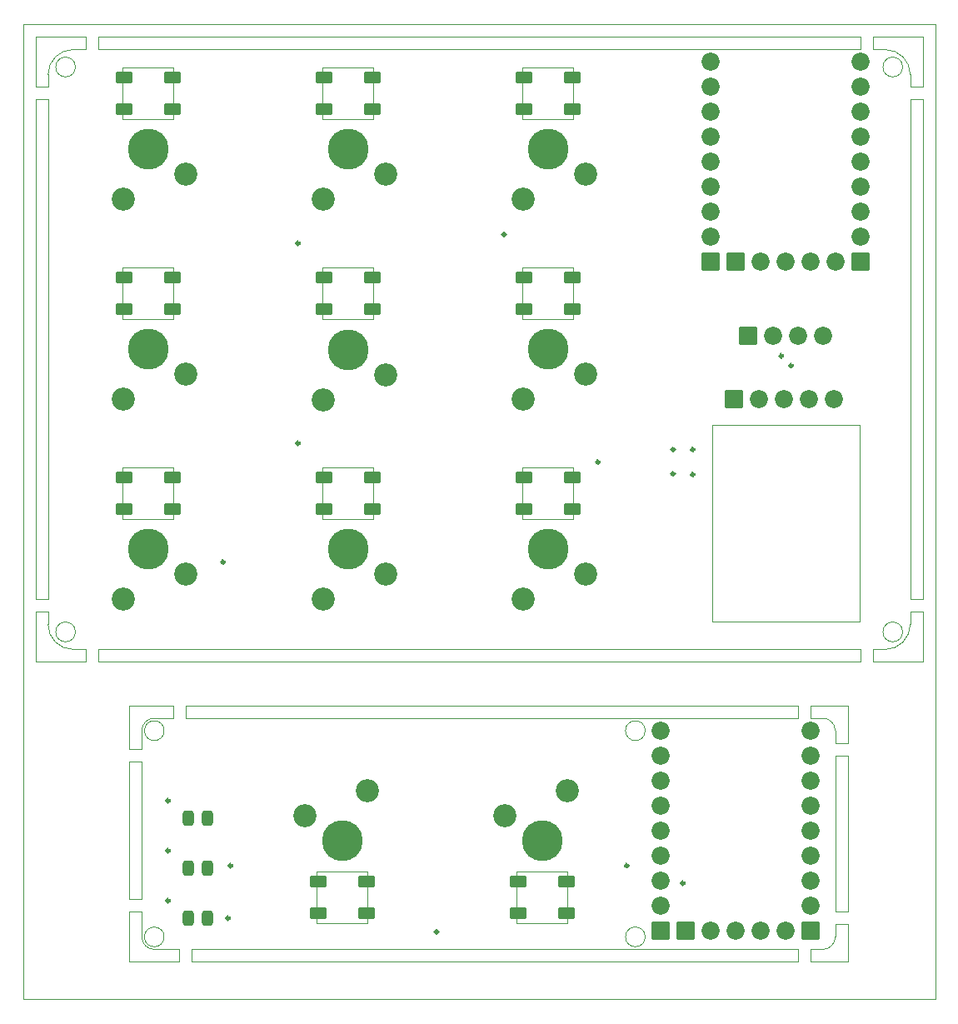
<source format=gbr>
%TF.GenerationSoftware,KiCad,Pcbnew,(6.0.5)*%
%TF.CreationDate,2022-06-14T18:11:56+08:00*%
%TF.ProjectId,keyboard_V4___,6b657962-6f61-4726-945f-56345f087f2e,rev?*%
%TF.SameCoordinates,Original*%
%TF.FileFunction,Soldermask,Bot*%
%TF.FilePolarity,Negative*%
%FSLAX46Y46*%
G04 Gerber Fmt 4.6, Leading zero omitted, Abs format (unit mm)*
G04 Created by KiCad (PCBNEW (6.0.5)) date 2022-06-14 18:11:56*
%MOMM*%
%LPD*%
G01*
G04 APERTURE LIST*
G04 Aperture macros list*
%AMRoundRect*
0 Rectangle with rounded corners*
0 $1 Rounding radius*
0 $2 $3 $4 $5 $6 $7 $8 $9 X,Y pos of 4 corners*
0 Add a 4 corners polygon primitive as box body*
4,1,4,$2,$3,$4,$5,$6,$7,$8,$9,$2,$3,0*
0 Add four circle primitives for the rounded corners*
1,1,$1+$1,$2,$3*
1,1,$1+$1,$4,$5*
1,1,$1+$1,$6,$7*
1,1,$1+$1,$8,$9*
0 Add four rect primitives between the rounded corners*
20,1,$1+$1,$2,$3,$4,$5,0*
20,1,$1+$1,$4,$5,$6,$7,0*
20,1,$1+$1,$6,$7,$8,$9,0*
20,1,$1+$1,$8,$9,$2,$3,0*%
G04 Aperture macros list end*
%ADD10C,0.304000*%
%TA.AperFunction,Profile*%
%ADD11C,0.050000*%
%TD*%
%ADD12C,4.140000*%
%ADD13C,2.340000*%
%ADD14RoundRect,0.070000X0.850000X-0.850000X0.850000X0.850000X-0.850000X0.850000X-0.850000X-0.850000X0*%
%ADD15O,1.840000X1.840000*%
%ADD16RoundRect,0.070000X0.850000X0.850000X-0.850000X0.850000X-0.850000X-0.850000X0.850000X-0.850000X0*%
%ADD17RoundRect,0.320000X0.250000X0.475000X-0.250000X0.475000X-0.250000X-0.475000X0.250000X-0.475000X0*%
%ADD18RoundRect,0.070000X0.750000X0.500000X-0.750000X0.500000X-0.750000X-0.500000X0.750000X-0.500000X0*%
%ADD19RoundRect,0.070000X-0.750000X-0.500000X0.750000X-0.500000X0.750000X0.500000X-0.750000X0.500000X0*%
G04 APERTURE END LIST*
D10*
X86512000Y-97790000D02*
G75*
G03*
X86512000Y-97790000I-152000J0D01*
G01*
X76987000Y-74676000D02*
G75*
G03*
X76987000Y-74676000I-152000J0D01*
G01*
X96152000Y-96520000D02*
G75*
G03*
X96152000Y-96520000I-152000J0D01*
G01*
X89433000Y-138811000D02*
G75*
G03*
X89433000Y-138811000I-152000J0D01*
G01*
X48920000Y-144145000D02*
G75*
G03*
X48920000Y-144145000I-152000J0D01*
G01*
X48412000Y-107950000D02*
G75*
G03*
X48412000Y-107950000I-152000J0D01*
G01*
X105152000Y-87000000D02*
G75*
G03*
X105152000Y-87000000I-152000J0D01*
G01*
X94152000Y-96520000D02*
G75*
G03*
X94152000Y-96520000I-152000J0D01*
G01*
X42824000Y-132207000D02*
G75*
G03*
X42824000Y-132207000I-152000J0D01*
G01*
X56032000Y-95885000D02*
G75*
G03*
X56032000Y-95885000I-152000J0D01*
G01*
X96152000Y-99060000D02*
G75*
G03*
X96152000Y-99060000I-152000J0D01*
G01*
X56032000Y-75565000D02*
G75*
G03*
X56032000Y-75565000I-152000J0D01*
G01*
X106152000Y-88000000D02*
G75*
G03*
X106152000Y-88000000I-152000J0D01*
G01*
X95148000Y-140589000D02*
G75*
G03*
X95148000Y-140589000I-152000J0D01*
G01*
X70129000Y-145542000D02*
G75*
G03*
X70129000Y-145542000I-152000J0D01*
G01*
X42824000Y-137287000D02*
G75*
G03*
X42824000Y-137287000I-152000J0D01*
G01*
X42824000Y-142367000D02*
G75*
G03*
X42824000Y-142367000I-152000J0D01*
G01*
X49174000Y-138811000D02*
G75*
G03*
X49174000Y-138811000I-152000J0D01*
G01*
X94152000Y-99000000D02*
G75*
G03*
X94152000Y-99000000I-152000J0D01*
G01*
D11*
X110490000Y-125095000D02*
G75*
G03*
X109220000Y-123825000I-1270000J0D01*
G01*
X40005000Y-146050000D02*
G75*
G03*
X41275000Y-147320000I1270000J0D01*
G01*
X119380000Y-60960000D02*
X118110000Y-60960000D01*
X114300000Y-116840000D02*
X114300000Y-118110000D01*
X30480000Y-113030000D02*
X30480000Y-114300000D01*
X106680000Y-148590000D02*
X106680000Y-147320000D01*
X44450000Y-122555000D02*
X44450000Y-123825000D01*
X40005000Y-125095000D02*
X40005000Y-127000000D01*
X111760000Y-148590000D02*
X111760000Y-144780000D01*
X43241538Y-103567747D02*
X38059938Y-103567747D01*
X38059938Y-103567747D02*
X38059938Y-98356147D01*
X38059938Y-98356147D02*
X43241538Y-98356147D01*
X43241538Y-98356147D02*
X43241538Y-103567747D01*
X110490000Y-126365000D02*
X110490000Y-125095000D01*
X109220000Y-147320000D02*
G75*
G03*
X110490000Y-146050000I0J1270000D01*
G01*
X119380000Y-111760000D02*
X119380000Y-60960000D01*
X113030000Y-55880000D02*
X35560000Y-55880000D01*
X118110000Y-111760000D02*
X119380000Y-111760000D01*
X57789200Y-139414200D02*
X62970800Y-139414200D01*
X62970800Y-139414200D02*
X62970800Y-144666600D01*
X62970800Y-144666600D02*
X57789200Y-144666600D01*
X57789200Y-144666600D02*
X57789200Y-139414200D01*
X113030000Y-55880000D02*
X113030000Y-54610000D01*
X29210000Y-54610000D02*
X29210000Y-59690000D01*
X107950000Y-147320000D02*
X107950000Y-148590000D01*
X35560000Y-116840000D02*
X35560000Y-118110000D01*
X34290000Y-54610000D02*
X34290000Y-55880000D01*
X83870800Y-83235800D02*
X78689200Y-83235800D01*
X78689200Y-83235800D02*
X78689200Y-78054200D01*
X78689200Y-78054200D02*
X83870800Y-78054200D01*
X83870800Y-78054200D02*
X83870800Y-83235800D01*
X40005000Y-128270000D02*
X40005000Y-142240000D01*
X27940000Y-53340000D02*
X120650000Y-53340000D01*
X120650000Y-53340000D02*
X120650000Y-152400000D01*
X120650000Y-152400000D02*
X27940000Y-152400000D01*
X27940000Y-152400000D02*
X27940000Y-53340000D01*
X40005000Y-143510000D02*
X40005000Y-146050000D01*
X114300000Y-55880000D02*
X114300000Y-54610000D01*
X117332000Y-57658000D02*
G75*
G03*
X117332000Y-57658000I-1000000J0D01*
G01*
X110490000Y-144780000D02*
X110490000Y-146050000D01*
X38735000Y-142240000D02*
X38735000Y-128270000D01*
X110490000Y-143510000D02*
X111760000Y-143510000D01*
X111760000Y-143510000D02*
X111760000Y-127635000D01*
X34290000Y-54610000D02*
X29210000Y-54610000D01*
X30480000Y-60960000D02*
X29210000Y-60960000D01*
X83876806Y-103618547D02*
X78695206Y-103618547D01*
X78695206Y-103618547D02*
X78695206Y-98315347D01*
X78695206Y-98315347D02*
X83876806Y-98315347D01*
X83876806Y-98315347D02*
X83876806Y-103618547D01*
X35560000Y-54610000D02*
X35560000Y-55880000D01*
X43241538Y-83255800D02*
X38059938Y-83255800D01*
X38059938Y-83255800D02*
X38059938Y-78054200D01*
X38059938Y-78054200D02*
X43241538Y-78054200D01*
X43241538Y-78054200D02*
X43241538Y-83255800D01*
X111760000Y-144780000D02*
X110490000Y-144780000D01*
X38735000Y-143510000D02*
X40005000Y-143510000D01*
X91170000Y-146050000D02*
G75*
G03*
X91170000Y-146050000I-1000000J0D01*
G01*
X30480000Y-59690000D02*
X30480000Y-58420000D01*
X29210000Y-60960000D02*
X29210000Y-111760000D01*
X119380000Y-54610000D02*
X119380000Y-59690000D01*
X63559172Y-83255800D02*
X58377572Y-83255800D01*
X58377572Y-83255800D02*
X58377572Y-78054200D01*
X58377572Y-78054200D02*
X63559172Y-78054200D01*
X63559172Y-78054200D02*
X63559172Y-83255800D01*
X63550800Y-103575000D02*
X58369200Y-103575000D01*
X58369200Y-103575000D02*
X58369200Y-98322600D01*
X58369200Y-98322600D02*
X63550800Y-98322600D01*
X63550800Y-98322600D02*
X63550800Y-103575000D01*
X33020000Y-55880000D02*
X34290000Y-55880000D01*
X43815000Y-148590000D02*
X43815000Y-147320000D01*
X119380000Y-118110000D02*
X119380000Y-113030000D01*
X43180000Y-123825000D02*
X41275000Y-123825000D01*
X115570000Y-55880000D02*
X114300000Y-55880000D01*
X117332000Y-115062000D02*
G75*
G03*
X117332000Y-115062000I-1000000J0D01*
G01*
X41275000Y-123825000D02*
G75*
G03*
X40005000Y-125095000I0J-1270000D01*
G01*
X40005000Y-127000000D02*
X38735000Y-127000000D01*
X114300000Y-54610000D02*
X119380000Y-54610000D01*
X78109200Y-139398800D02*
X83290800Y-139398800D01*
X83290800Y-139398800D02*
X83290800Y-144651200D01*
X83290800Y-144651200D02*
X78109200Y-144651200D01*
X78109200Y-144651200D02*
X78109200Y-139398800D01*
X118110000Y-60960000D02*
X118110000Y-111760000D01*
X113030000Y-54610000D02*
X35560000Y-54610000D01*
X30480000Y-60960000D02*
X30480000Y-111760000D01*
X106680000Y-147320000D02*
X45085000Y-147320000D01*
X44450000Y-123825000D02*
X106680000Y-123825000D01*
X30480000Y-114300000D02*
G75*
G03*
X33020000Y-116840000I2540000J0D01*
G01*
X42275000Y-125095000D02*
G75*
G03*
X42275000Y-125095000I-1000000J0D01*
G01*
X45085000Y-147320000D02*
X45085000Y-148590000D01*
X110490000Y-127635000D02*
X110490000Y-143510000D01*
X111760000Y-122555000D02*
X111760000Y-126365000D01*
X30480000Y-113030000D02*
X29210000Y-113030000D01*
X107950000Y-148590000D02*
X111760000Y-148590000D01*
X43230800Y-62935800D02*
X38049200Y-62935800D01*
X38049200Y-62935800D02*
X38049200Y-57714200D01*
X38049200Y-57714200D02*
X43230800Y-57714200D01*
X43230800Y-57714200D02*
X43230800Y-62935800D01*
X34290000Y-118110000D02*
X34290000Y-116840000D01*
X38735000Y-122555000D02*
X43180000Y-122555000D01*
X29210000Y-111760000D02*
X30480000Y-111760000D01*
X40005000Y-142240000D02*
X38735000Y-142240000D01*
X111760000Y-127635000D02*
X110490000Y-127635000D01*
X113030000Y-118110000D02*
X113030000Y-116840000D01*
X119380000Y-59690000D02*
X118110000Y-59690000D01*
X106680000Y-122555000D02*
X44450000Y-122555000D01*
X43815000Y-147320000D02*
X41275000Y-147320000D01*
X45085000Y-148590000D02*
X106680000Y-148590000D01*
X115570000Y-116840000D02*
X114300000Y-116840000D01*
X118110000Y-58420000D02*
X118110000Y-59690000D01*
X114300000Y-118110000D02*
X119380000Y-118110000D01*
X109220000Y-123825000D02*
X107950000Y-123825000D01*
X35560000Y-116840000D02*
X113030000Y-116840000D01*
X29210000Y-113030000D02*
X29210000Y-118110000D01*
X107950000Y-123825000D02*
X107950000Y-122555000D01*
X34290000Y-116840000D02*
X33020000Y-116840000D01*
X83870800Y-62925800D02*
X78689200Y-62925800D01*
X78689200Y-62925800D02*
X78689200Y-57683400D01*
X78689200Y-57683400D02*
X83870800Y-57683400D01*
X83870800Y-57683400D02*
X83870800Y-62925800D01*
X38735000Y-127000000D02*
X38735000Y-122555000D01*
X107950000Y-122555000D02*
X111760000Y-122555000D01*
X35560000Y-118110000D02*
X113030000Y-118110000D01*
X33258000Y-57658000D02*
G75*
G03*
X33258000Y-57658000I-1000000J0D01*
G01*
X38735000Y-143510000D02*
X38735000Y-148590000D01*
X91170000Y-125095000D02*
G75*
G03*
X91170000Y-125095000I-1000000J0D01*
G01*
X29210000Y-118110000D02*
X34290000Y-118110000D01*
X33020000Y-55880000D02*
G75*
G03*
X30480000Y-58420000I0J-2540000D01*
G01*
X118110000Y-58420000D02*
G75*
G03*
X115570000Y-55880000I-2540000J0D01*
G01*
X63550800Y-62935800D02*
X58369200Y-62935800D01*
X58369200Y-62935800D02*
X58369200Y-57714200D01*
X58369200Y-57714200D02*
X63550800Y-57714200D01*
X63550800Y-57714200D02*
X63550800Y-62935800D01*
X98000000Y-94000000D02*
X113000000Y-94000000D01*
X113000000Y-94000000D02*
X113000000Y-114000000D01*
X113000000Y-114000000D02*
X98000000Y-114000000D01*
X98000000Y-114000000D02*
X98000000Y-94000000D01*
X29210000Y-59690000D02*
X30480000Y-59690000D01*
X43180000Y-122555000D02*
X43180000Y-123825000D01*
X106680000Y-123825000D02*
X106680000Y-122555000D01*
X42275000Y-146050000D02*
G75*
G03*
X42275000Y-146050000I-1000000J0D01*
G01*
X118110000Y-113030000D02*
X118110000Y-114300000D01*
X115570000Y-116840000D02*
G75*
G03*
X118110000Y-114300000I0J2540000D01*
G01*
X33258000Y-115062000D02*
G75*
G03*
X33258000Y-115062000I-1000000J0D01*
G01*
X38735000Y-148590000D02*
X43815000Y-148590000D01*
X109220000Y-147320000D02*
X107950000Y-147320000D01*
X119380000Y-113030000D02*
X118110000Y-113030000D01*
X111760000Y-126365000D02*
X110490000Y-126365000D01*
X38735000Y-128270000D02*
X40005000Y-128270000D01*
D12*
%TO.C,SW7*%
X40640000Y-66040000D03*
D13*
X38100000Y-71120000D03*
X44450000Y-68580000D03*
%TD*%
D12*
%TO.C,SW8*%
X60960000Y-66040000D03*
D13*
X58420000Y-71120000D03*
X64770000Y-68580000D03*
%TD*%
D14*
%TO.C,REF\u002A\u002A*%
X95250000Y-145415000D03*
D15*
X97790000Y-145415000D03*
X100330000Y-145415000D03*
X102870000Y-145415000D03*
X105410000Y-145415000D03*
%TD*%
D16*
%TO.C,REF\u002A\u002A*%
X97790000Y-77470000D03*
D15*
X97790000Y-74930000D03*
X97790000Y-72390000D03*
X97790000Y-69850000D03*
X97790000Y-67310000D03*
X97790000Y-64770000D03*
X97790000Y-62230000D03*
X97790000Y-59690000D03*
X97790000Y-57150000D03*
%TD*%
D12*
%TO.C,SW3*%
X81280000Y-106680000D03*
D13*
X78740000Y-111760000D03*
X85090000Y-109220000D03*
%TD*%
D12*
%TO.C,SW7*%
X60380000Y-136300000D03*
D13*
X62920000Y-131220000D03*
X56570000Y-133760000D03*
%TD*%
D12*
%TO.C,SW7*%
X80700000Y-136300000D03*
D13*
X83240000Y-131220000D03*
X76890000Y-133760000D03*
%TD*%
D12*
%TO.C,SW2*%
X60960000Y-106680000D03*
D13*
X58420000Y-111760000D03*
X64770000Y-109220000D03*
%TD*%
D12*
%TO.C,SW4*%
X40640000Y-86360000D03*
D13*
X38100000Y-91440000D03*
X44450000Y-88900000D03*
%TD*%
D16*
%TO.C,REF\u002A\u002A*%
X113030000Y-77470000D03*
D15*
X113030000Y-74930000D03*
X113030000Y-72390000D03*
X113030000Y-69850000D03*
X113030000Y-67310000D03*
X113030000Y-64770000D03*
X113030000Y-62230000D03*
X113030000Y-59690000D03*
X113030000Y-57150000D03*
%TD*%
D12*
%TO.C,SW5*%
X60979218Y-86369609D03*
D13*
X58439218Y-91449609D03*
X64789218Y-88909609D03*
%TD*%
D12*
%TO.C,SW9*%
X81280000Y-66040000D03*
D13*
X78740000Y-71120000D03*
X85090000Y-68580000D03*
%TD*%
D16*
%TO.C,REF\u002A\u002A*%
X92710000Y-145415000D03*
D15*
X92710000Y-142875000D03*
X92710000Y-140335000D03*
X92710000Y-137795000D03*
X92710000Y-135255000D03*
X92710000Y-132715000D03*
X92710000Y-130175000D03*
X92710000Y-127635000D03*
X92710000Y-125095000D03*
%TD*%
D12*
%TO.C,SW6*%
X81280000Y-86360000D03*
D13*
X78740000Y-91440000D03*
X85090000Y-88900000D03*
%TD*%
D16*
%TO.C,REF\u002A\u002A*%
X107950000Y-145415000D03*
D15*
X107950000Y-142875000D03*
X107950000Y-140335000D03*
X107950000Y-137795000D03*
X107950000Y-135255000D03*
X107950000Y-132715000D03*
X107950000Y-130175000D03*
X107950000Y-127635000D03*
X107950000Y-125095000D03*
%TD*%
D12*
%TO.C,SW1*%
X40640000Y-106680000D03*
D13*
X38100000Y-111760000D03*
X44450000Y-109220000D03*
%TD*%
D14*
%TO.C,REF\u002A\u002A*%
X100330000Y-77470000D03*
D15*
X102870000Y-77470000D03*
X105410000Y-77470000D03*
X107950000Y-77470000D03*
X110490000Y-77470000D03*
%TD*%
D14*
%TO.C,OLED*%
X101610000Y-84963000D03*
D15*
X104150000Y-84963000D03*
X106690000Y-84963000D03*
X109230000Y-84963000D03*
%TD*%
D14*
%TO.C,EC11*%
X100203000Y-91440000D03*
D15*
X102743000Y-91440000D03*
X105283000Y-91440000D03*
X107823000Y-91440000D03*
X110363000Y-91440000D03*
%TD*%
D17*
%TO.C,TS4148*%
X46670000Y-139065000D03*
X44770000Y-139065000D03*
%TD*%
D18*
%TO.C,RGB*%
X63410000Y-58725000D03*
X63410000Y-61925000D03*
X58510000Y-61925000D03*
X58510000Y-58725000D03*
%TD*%
%TO.C,RGB*%
X43090000Y-99365000D03*
X43090000Y-102565000D03*
X38190000Y-102565000D03*
X38190000Y-99365000D03*
%TD*%
%TO.C,RGB*%
X43090000Y-58725000D03*
X43090000Y-61925000D03*
X38190000Y-61925000D03*
X38190000Y-58725000D03*
%TD*%
%TO.C,RGB*%
X63410000Y-99365000D03*
X63410000Y-102565000D03*
X58510000Y-102565000D03*
X58510000Y-99365000D03*
%TD*%
%TO.C,RGB*%
X83730000Y-99365000D03*
X83730000Y-102565000D03*
X78830000Y-102565000D03*
X78830000Y-99365000D03*
%TD*%
%TO.C,RGB*%
X83730000Y-58725000D03*
X83730000Y-61925000D03*
X78830000Y-61925000D03*
X78830000Y-58725000D03*
%TD*%
D19*
%TO.C,RGB*%
X58519332Y-82252780D03*
X58519332Y-79052780D03*
X63419332Y-79052780D03*
X63419332Y-82252780D03*
%TD*%
%TO.C,RGB*%
X38195771Y-82252780D03*
X38195771Y-79052780D03*
X43095771Y-79052780D03*
X43095771Y-82252780D03*
%TD*%
%TO.C,RGB*%
X78830000Y-82245000D03*
X78830000Y-79045000D03*
X83730000Y-79045000D03*
X83730000Y-82245000D03*
%TD*%
D17*
%TO.C,TS4148*%
X46670000Y-133985000D03*
X44770000Y-133985000D03*
%TD*%
%TO.C,TS4148*%
X46670000Y-144145000D03*
X44770000Y-144145000D03*
%TD*%
D19*
%TO.C,RGB*%
X57930000Y-143615000D03*
X57930000Y-140415000D03*
X62830000Y-140415000D03*
X62830000Y-143615000D03*
%TD*%
%TO.C,RGB*%
X78250000Y-143615000D03*
X78250000Y-140415000D03*
X83150000Y-140415000D03*
X83150000Y-143615000D03*
%TD*%
M02*

</source>
